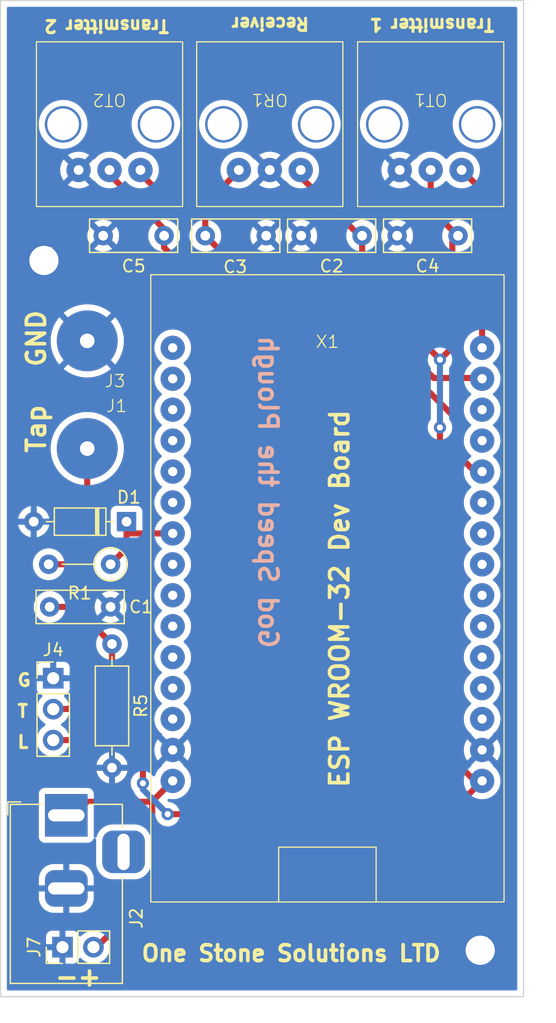
<source format=kicad_pcb>
(kicad_pcb (version 20240108) (generator "pcbnew") (generator_version "8.0")
  (layers (0 "F.Cu" power) (31 "B.Cu" signal) (34 "B.Paste" user) (35 "F.Paste" user) (36 "B.SilkS" user "B.Silkscreen") (37 "F.SilkS" user "F.Silkscreen") (38 "B.Mask" user) (39 "F.Mask" user) (44 "Edge.Cuts" user))
  (net 0 "")
  (net 1 "Net-(J1-Pin_1)")
  (net 2 "GND")
  (net 3 "Net-(OR1-Vout)")
  (net 4 "Net-(OT1-Vin)")
  (net 20 "Net-(J4-Pin_3)")
  (net 26 "Net-(OT2-Vin)")
  (net 29 "Net-(J7-Pin_2)")
  (net 30 "Net-(X1-D33)")
  (footprint "Connector_BarrelJack:BarrelJack_Horizontal" (layer "F.Cu") (at 35.3645 80.614 90)
    (property "Reference" "J2" (at -8.45 5.75 90) (layer "F.SilkS"))
    (property "Value" "Barrel_Jack" (hide yes))
    (fp_line (start 0.05 -4.8) (end 1.1 -4.8) (stroke (width 0.12)) (layer "F.SilkS"))
    (fp_line (start 0.9 -4.6) (end 0.9 -2) (stroke (width 0.12)) (layer "F.SilkS"))
    (fp_line (start -13.8 -4.6) (end 0.9 -4.6) (stroke (width 0.12)) (layer "F.SilkS"))
    (fp_line (start 1.1 -3.75) (end 1.1 -4.8) (stroke (width 0.12)) (layer "F.SilkS"))
    (fp_line (start 0.9 1.9) (end 0.9 4.6) (stroke (width 0.12)) (layer "F.SilkS"))
    (fp_line (start 0.9 4.6) (end -1 4.6) (stroke (width 0.12)) (layer "F.SilkS"))
    (fp_line (start -5 4.6) (end -13.8 4.6) (stroke (width 0.12)) (layer "F.SilkS"))
    (fp_line (start -13.8 4.6) (end -13.8 -4.6) (stroke (width 0.12)) (layer "F.SilkS"))
    (pad "1" thru_hole rect (at 0 0 90) (size 3.5 3.5) (drill oval 1 3) (layers "*.Cu" "*.Mask") (net 29 "Net-(J7-Pin_2)"))
    (pad "2" thru_hole roundrect (at -6 0 90) (size 3 3.5) (drill oval 1 3) (layers "*.Cu" "*.Mask") (net 2 "GND"))
    (pad "3" thru_hole roundrect (at -3 4.7 90) (size 3.5 3.5) (drill oval 3 1) (layers "*.Cu" "*.Mask"))
  )
  (footprint "Capacitor_THT:C_Rect_L7.0mm_W2.5mm_P5.00mm" (layer "F.Cu") (at 43.394 33.02 180)
    (property "Reference" "C5" (at 2.5 -2.5 0) (layer "F.SilkS"))
    (property "Value" "~")
    (fp_line (start 6.12 -1.37) (end 6.12 1.37) (stroke (width 0.12)) (layer "F.SilkS"))
    (fp_line (start -1.12 1.37) (end 6.12 1.37) (stroke (width 0.12)) (layer "F.SilkS"))
    (fp_line (start -1.12 -1.37) (end 6.12 -1.37) (stroke (width 0.12)) (layer "F.SilkS"))
    (fp_line (start -1.12 -1.37) (end -1.12 1.37) (stroke (width 0.12)) (layer "F.SilkS"))
    (pad "1" thru_hole circle (at 0 0 180) (size 1.6 1.6) (drill 0.8) (layers "*.Cu" "*.Mask") (net 20 "Net-(J4-Pin_3)"))
    (pad "2" thru_hole circle (at 5 0 180) (size 1.6 1.6) (drill 0.8) (layers "*.Cu" "*.Mask") (net 2 "GND"))
  )
  (footprint "Capacitor_THT:C_Rect_L7.0mm_W2.5mm_P5.00mm" (layer "F.Cu") (at 34 63.5)
    (property "Reference" "C1" (at 7.5 0 360) (layer "F.SilkS"))
    (property "Value" "~")
    (fp_line (start -1.12 -1.37) (end -1.12 1.37) (stroke (width 0.12)) (layer "F.SilkS"))
    (fp_line (start -1.12 -1.37) (end 6.12 -1.37) (stroke (width 0.12)) (layer "F.SilkS"))
    (fp_line (start -1.12 1.37) (end 6.12 1.37) (stroke (width 0.12)) (layer "F.SilkS"))
    (fp_line (start 6.12 -1.37) (end 6.12 1.37) (stroke (width 0.12)) (layer "F.SilkS"))
    (pad "1" thru_hole circle (at 0 0) (size 1.6 1.6) (drill 0.8) (layers "*.Cu" "*.Mask") (net 1 "Net-(J1-Pin_1)"))
    (pad "2" thru_hole circle (at 5 0) (size 1.6 1.6) (drill 0.8) (layers "*.Cu" "*.Mask") (net 2 "GND"))
  )
  (footprint "Custom:VersatilePad" (layer "F.Cu") (at 37.084 41.656)
    (property "Reference" "J3" (at 2.286 3.302 0) (layer "F.SilkS") (effects (font (thickness 0.1))))
    (property "Value" "Conn_01x01_Pin" (hide yes))
    (pad "1" thru_hole circle (at 0 0) (size 5 5) (drill 1.2) (layers "*.Cu" "*.Mask") (net 2 "GND"))
  )
  (footprint "Custom:VersatilePad" (layer "F.Cu") (at 37.084 50.5)
    (property "Reference" "J1" (at 2.416 -3.5 0) (layer "F.SilkS") (effects (font (thickness 0.1))))
    (property "Value" "Conn_01x01_Pin" (hide yes))
    (pad "1" thru_hole circle (at 0 0) (size 5 5) (drill 1.2) (layers "*.Cu" "*.Mask") (net 1 "Net-(J1-Pin_1)"))
  )
  (footprint "Connector_PinHeader_2.54mm:PinHeader_1x03_P2.54mm_Vertical" (layer "F.Cu") (at 34.29 69.357)
    (property "Reference" "J4" (at 0 -2.33 0) (layer "F.SilkS"))
    (property "Value" "Conn_01x03_Pin" (hide yes))
    (fp_line (start -1.33 -1.33) (end 0 -1.33) (stroke (width 0.12)) (layer "F.SilkS"))
    (fp_line (start -1.33 0) (end -1.33 -1.33) (stroke (width 0.12)) (layer "F.SilkS"))
    (fp_line (start -1.33 1.27) (end -1.33 6.41) (stroke (width 0.12)) (layer "F.SilkS"))
    (fp_line (start -1.33 1.27) (end 1.33 1.27) (stroke (width 0.12)) (layer "F.SilkS"))
    (fp_line (start -1.33 6.41) (end 1.33 6.41) (stroke (width 0.12)) (layer "F.SilkS"))
    (fp_line (start 1.33 1.27) (end 1.33 6.41) (stroke (width 0.12)) (layer "F.SilkS"))
    (pad "1" thru_hole rect (at 0 0) (size 1.7 1.7) (drill 1) (layers "*.Cu" "*.Mask") (net 2 "GND"))
    (pad "2" thru_hole oval (at 0 2.54) (size 1.7 1.7) (drill 1) (layers "*.Cu" "*.Mask") (net 1 "Net-(J1-Pin_1)"))
    (pad "3" thru_hole oval (at 0 5.08) (size 1.7 1.7) (drill 1) (layers "*.Cu" "*.Mask") (net 20 "Net-(J4-Pin_3)"))
  )
  (footprint "Connector_PinHeader_2.54mm:PinHeader_1x02_P2.54mm_Vertical" (layer "F.Cu") (at 35.052 91.44 90)
    (property "Reference" "J7" (at 0 -2.33 90) (layer "F.SilkS"))
    (property "Value" "Conn_01x02_Pin")
    (fp_line (start -1.33 -1.33) (end 0 -1.33) (stroke (width 0.12)) (layer "F.SilkS"))
    (fp_line (start -1.33 0) (end -1.33 -1.33) (stroke (width 0.12)) (layer "F.SilkS"))
    (fp_line (start 1.33 1.27) (end 1.33 3.87) (stroke (width 0.12)) (layer "F.SilkS"))
    (fp_line (start -1.33 1.27) (end 1.33 1.27) (stroke (width 0.12)) (layer "F.SilkS"))
    (fp_line (start -1.33 1.27) (end -1.33 3.87) (stroke (width 0.12)) (layer "F.SilkS"))
    (fp_line (start -1.33 3.87) (end 1.33 3.87) (stroke (width 0.12)) (layer "F.SilkS"))
    (pad "1" thru_hole rect (at 0 0 90) (size 1.7 1.7) (drill 1) (layers "*.Cu" "*.Mask") (net 2 "GND"))
    (pad "2" thru_hole oval (at 0 2.54 90) (size 1.7 1.7) (drill 1) (layers "*.Cu" "*.Mask") (net 29 "Net-(J7-Pin_2)"))
  )
  (footprint "Resistor_THT:R_Axial_DIN0207_L6.3mm_D2.5mm_P5.08mm_Vertical" (layer "F.Cu") (at 39 60 180)
    (property "Reference" "R1" (at 2.54 -2.37 0) (layer "F.SilkS"))
    (property "Value" "R")
    (fp_line (start 1.37 0) (end 3.98 0) (stroke (width 0.12)) (layer "F.SilkS"))
    (fp_circle (center 0 0) (end 1.37 0) (stroke (width 0.12)) (fill none) (layer "F.SilkS"))
    (pad "1" thru_hole circle (at 0 0 180) (size 1.6 1.6) (drill 0.8) (layers "*.Cu" "*.Mask") (net 30 "Net-(X1-D33)"))
    (pad "2" thru_hole oval (at 5.08 0 180) (size 1.6 1.6) (drill 0.8) (layers "*.Cu" "*.Mask") (net 1 "Net-(J1-Pin_1)"))
  )
  (footprint "Custom:ESP32_WROOM-32_Dev_Board" (layer "F.Cu") (at 56.8 42.226)
    (property "Reference" "X1" (at 0 -0.5 0) (layer "F.SilkS") (effects (font (thickness 0.1))))
    (property "Value" "~")
    (fp_line (start -4 41) (end 4 41) (stroke (width 0.1)) (layer "F.SilkS"))
    (fp_line (start -4 45.5) (end -4 41) (stroke (width 0.1)) (layer "F.SilkS"))
    (fp_line (start 4 41) (end 4 45.5) (stroke (width 0.1)) (layer "F.SilkS"))
    (fp_rect (start -14.5 -6) (end 14.5 45.5) (stroke (width 0.1)) (fill none) (layer "F.SilkS"))
    (pad "1" thru_hole circle (at -12.7 0) (size 2 2) (drill 0.762) (layers "*.Cu" "*.Mask"))
    (pad "2" thru_hole circle (at -12.7 2.54) (size 2 2) (drill 0.762) (layers "*.Cu" "*.Mask" "B.Paste"))
    (pad "3" thru_hole circle (at -12.7 5.08) (size 2 2) (drill 0.762) (layers "*.Cu" "*.Mask"))
    (pad "4" thru_hole circle (at -12.7 7.62) (size 2 2) (drill 0.762) (layers "*.Cu" "*.Mask"))
    (pad "5" thru_hole circle (at -12.7 10.16) (size 2 2) (drill 0.762) (layers "*.Cu" "*.Mask"))
    (pad "6" thru_hole circle (at -12.7 12.7) (size 2 2) (drill 0.762) (layers "*.Cu" "*.Mask"))
    (pad "7" thru_hole circle (at -12.7 15.24) (size 2 2) (drill 0.762) (layers "*.Cu" "*.Mask") (net 30 "Net-(X1-D33)"))
    (pad "8" thru_hole circle (at -12.7 17.78) (size 2 2) (drill 0.762) (layers "*.Cu" "*.Mask"))
    (pad "9" thru_hole circle (at -12.7 20.32) (size 2 2) (drill 0.762) (layers "*.Cu" "*.Mask"))
    (pad "10" thru_hole circle (at -12.7 22.86) (size 2 2) (drill 0.762) (layers "*.Cu" "*.Mask"))
    (pad "11" thru_hole circle (at -12.7 25.4) (size 2 2) (drill 0.762) (layers "*.Cu" "*.Mask"))
    (pad "12" thru_hole circle (at -12.7 27.94) (size 2 2) (drill 0.762) (layers "*.Cu" "*.Mask"))
    (pad "13" thru_hole circle (at -12.7 30.48) (size 2 2) (drill 0.762) (layers "*.Cu" "*.Mask"))
    (pad "14" thru_hole circle (at -12.7 33.02) (size 2 2) (drill 0.762) (layers "*.Cu" "*.Mask") (net 2 "GND"))
    (pad "15" thru_hole circle (at -12.7 35.56) (size 2 2) (drill 0.762) (layers "*.Cu" "*.Mask") (net 29 "Net-(J7-Pin_2)"))
    (pad "16" thru_hole circle (at 12.7 35.56) (size 2 2) (drill 0.762) (layers "*.Cu" "*.Mask") (net 20 "Net-(J4-Pin_3)"))
    (pad "17" thru_hole circle (at 12.7 33.02) (size 2 2) (drill 0.762) (layers "*.Cu" "*.Mask") (net 2 "GND"))
    (pad "18" thru_hole circle (at 12.7 30.48) (size 2 2) (drill 0.762) (layers "*.Cu" "*.Mask"))
    (pad "19" thru_hole circle (at 12.7 27.94) (size 2 2) (drill 0.762) (layers "*.Cu" "*.Mask"))
    (pad "20" thru_hole circle (at 12.7 25.4) (size 2 2) (drill 0.762) (layers "*.Cu" "*.Mask"))
    (pad "21" thru_hole circle (at 12.7 22.86) (size 2 2) (drill 0.762) (layers "*.Cu" "*.Mask"))
    (pad "22" thru_hole circle (at 12.7 20.32) (size 2 2) (drill 0.762) (layers "*.Cu" "*.Mask"))
    (pad "23" thru_hole circle (at 12.7 17.78) (size 2 2) (drill 0.762) (layers "*.Cu" "*.Mask"))
    (pad "24" thru_hole circle (at 12.7 15.24) (size 2 2) (drill 0.762) (layers "*.Cu" "*.Mask"))
    (pad "25" thru_hole circle (at 12.7 12.7) (size 2 2) (drill 0.762) (layers "*.Cu" "*.Mask"))
    (pad "26" thru_hole circle (at 12.7 10.16) (size 2 2) (drill 0.762) (layers "*.Cu" "*.Mask") (net 26 "Net-(OT2-Vin)"))
    (pad "27" thru_hole circle (at 12.7 7.62) (size 2 2) (drill 0.762) (layers "*.Cu" "*.Mask"))
    (pad "28" thru_hole circle (at 12.7 5.08) (size 2 2) (drill 0.762) (layers "*.Cu" "*.Mask"))
    (pad "29" thru_hole circle (at 12.7 2.54) (size 2 2) (drill 0.762) (layers "*.Cu" "*.Mask" "B.Paste") (net 3 "Net-(OR1-Vout)"))
    (pad "30" thru_hole circle (at 12.7 0) (size 2 2) (drill 0.762) (layers "*.Cu" "*.Mask") (net 4 "Net-(OT1-Vin)"))
  )
  (footprint "Custom:RS Pro Optical Transmitter jack" (layer "F.Cu") (at 38.9128 23.876 180)
    (property "Reference" "OT2" (at 0 2 180) (layer "F.SilkS") (effects (font (thickness 0.1))))
    (property "Value" "~")
    (fp_rect (start -6 -6.75) (end 6 6.7754) (stroke (width 0.1)) (fill none) (layer "F.SilkS"))
    (pad "" np_thru_hole circle (at -3.81 0 180) (size 3 3) (drill 2.6) (layers "F&B.Cu" "*.Mask"))
    (pad "" np_thru_hole circle (at 3.81 0 180) (size 3 3) (drill 2.6) (layers "F&B.Cu" "*.Mask"))
    (pad "1" thru_hole circle (at 2.54 -3.75 180) (size 2 2) (drill 0.8) (layers "*.Cu" "*.Mask") (net 2 "GND"))
    (pad "2" thru_hole circle (at 0 -3.75 180) (size 2 2) (drill 0.8) (layers "*.Cu" "*.Mask") (net 20 "Net-(J4-Pin_3)"))
    (pad "3" thru_hole circle (at -2.54 -3.75 180) (size 2 2) (drill 0.8) (layers "*.Cu" "*.Mask") (net 26 "Net-(OT2-Vin)"))
  )
  (footprint "Custom:RS Pro Optical Transmitter jack" (layer "F.Cu") (at 65.278 23.876 180)
    (property "Reference" "OT1" (at 0 2 180) (layer "F.SilkS") (effects (font (thickness 0.1))))
    (property "Value" "~")
    (fp_rect (start -6 -6.75) (end 6 6.7754) (stroke (width 0.1)) (fill none) (layer "F.SilkS"))
    (pad "" np_thru_hole circle (at -3.81 0 180) (size 3 3) (drill 2.6) (layers "F&B.Cu" "*.Mask"))
    (pad "" np_thru_hole circle (at 3.81 0 180) (size 3 3) (drill 2.6) (layers "F&B.Cu" "*.Mask"))
    (pad "1" thru_hole circle (at 2.54 -3.75 180) (size 2 2) (drill 0.8) (layers "*.Cu" "*.Mask") (net 2 "GND"))
    (pad "2" thru_hole circle (at 0 -3.75 180) (size 2 2) (drill 0.8) (layers "*.Cu" "*.Mask") (net 20 "Net-(J4-Pin_3)"))
    (pad "3" thru_hole circle (at -2.54 -3.75 180) (size 2 2) (drill 0.8) (layers "*.Cu" "*.Mask") (net 4 "Net-(OT1-Vin)"))
  )
  (footprint "Diode_THT:D_DO-35_SOD27_P7.62mm_Horizontal" (layer "F.Cu") (at 40.31 56.5 180)
    (property "Reference" "D1" (at -0.19 2 0) (layer "F.SilkS"))
    (property "Value" "~")
    (fp_line (start 6.58 0) (end 5.93 0) (stroke (width 0.12)) (layer "F.SilkS"))
    (fp_line (start 5.93 1.12) (end 5.93 -1.12) (stroke (width 0.12)) (layer "F.SilkS"))
    (fp_line (start 5.93 -1.12) (end 1.69 -1.12) (stroke (width 0.12)) (layer "F.SilkS"))
    (fp_line (start 2.53 -1.12) (end 2.53 1.12) (stroke (width 0.12)) (layer "F.SilkS"))
    (fp_line (start 2.41 -1.12) (end 2.41 1.12) (stroke (width 0.12)) (layer "F.SilkS"))
    (fp_line (start 2.29 -1.12) (end 2.29 1.12) (stroke (width 0.12)) (layer "F.SilkS"))
    (fp_line (start 1.69 1.12) (end 5.93 1.12) (stroke (width 0.12)) (layer "F.SilkS"))
    (fp_line (start 1.69 -1.12) (end 1.69 1.12) (stroke (width 0.12)) (layer "F.SilkS"))
    (fp_line (start 1.04 0) (end 1.69 0) (stroke (width 0.12)) (layer "F.SilkS"))
    (pad "1" thru_hole rect (at 0 0 180) (size 1.6 1.6) (drill 0.8) (layers "*.Cu" "*.Mask") (net 30 "Net-(X1-D33)"))
    (pad "2" thru_hole oval (at 7.62 0 180) (size 1.6 1.6) (drill 0.8) (layers "*.Cu" "*.Mask") (net 2 "GND"))
  )
  (footprint "Resistor_THT:R_Axial_DIN0207_L6.3mm_D2.5mm_P10.16mm_Horizontal" (layer "F.Cu") (at 39.116 66.548 -90)
    (property "Reference" "R5" (at 5.08 -2.37 90) (layer "F.SilkS"))
    (property "Value" "~" (hide yes))
    (fp_line (start 1.81 1.37) (end 8.35 1.37) (stroke (width 0.12)) (layer "F.SilkS"))
    (fp_line (start 8.35 1.37) (end 8.35 -1.37) (stroke (width 0.12)) (layer "F.SilkS"))
    (fp_line (start 1.04 0) (end 1.81 0) (stroke (width 0.12)) (layer "F.SilkS"))
    (fp_line (start 9.12 0) (end 8.35 0) (stroke (width 0.12)) (layer "F.SilkS"))
    (fp_line (start 1.81 -1.37) (end 1.81 1.37) (stroke (width 0.12)) (layer "F.SilkS"))
    (fp_line (start 8.35 -1.37) (end 1.81 -1.37) (stroke (width 0.12)) (layer "F.SilkS"))
    (pad "1" thru_hole circle (at 0 0 270) (size 1.6 1.6) (drill 0.8) (layers "*.Cu" "*.Mask") (net 1 "Net-(J1-Pin_1)"))
    (pad "2" thru_hole oval (at 10.16 0 270) (size 1.6 1.6) (drill 0.8) (layers "*.Cu" "*.Mask") (net 2 "GND"))
  )
  (footprint "Capacitor_THT:C_Rect_L7.0mm_W2.5mm_P5.00mm" (layer "F.Cu") (at 46.776 33.02)
    (property "Reference" "C3" (at 2.458 2.56 0) (layer "F.SilkS"))
    (property "Value" "~")
    (fp_line (start -1.12 -1.37) (end -1.12 1.37) (stroke (width 0.12)) (layer "F.SilkS"))
    (fp_line (start -1.12 -1.37) (end 6.12 -1.37) (stroke (width 0.12)) (layer "F.SilkS"))
    (fp_line (start -1.12 1.37) (end 6.12 1.37) (stroke (width 0.12)) (layer "F.SilkS"))
    (fp_line (start 6.12 -1.37) (end 6.12 1.37) (stroke (width 0.12)) (layer "F.SilkS"))
    (pad "1" thru_hole circle (at 0 0) (size 1.6 1.6) (drill 0.8) (layers "*.Cu" "*.Mask") (net 3 "Net-(OR1-Vout)"))
    (pad "2" thru_hole circle (at 5 0) (size 1.6 1.6) (drill 0.8) (layers "*.Cu" "*.Mask") (net 2 "GND"))
  )
  (footprint "Capacitor_THT:C_Rect_L7.0mm_W2.5mm_P5.00mm" (layer "F.Cu") (at 67.524 33.02 180)
    (property "Reference" "C4" (at 2.5 -2.5 0) (layer "F.SilkS"))
    (property "Value" "~" (hide yes))
    (fp_line (start 6.12 -1.37) (end 6.12 1.37) (stroke (width 0.12)) (layer "F.SilkS"))
    (fp_line (start -1.12 1.37) (end 6.12 1.37) (stroke (width 0.12)) (layer "F.SilkS"))
    (fp_line (start -1.12 -1.37) (end 6.12 -1.37) (stroke (width 0.12)) (layer "F.SilkS"))
    (fp_line (start -1.12 -1.37) (end -1.12 1.37) (stroke (width 0.12)) (layer "F.SilkS"))
    (pad "1" thru_hole circle (at 0 0 180) (size 1.6 1.6) (drill 0.8) (layers "*.Cu" "*.Mask") (net 20 "Net-(J4-Pin_3)"))
    (pad "2" thru_hole circle (at 5 0 180) (size 1.6 1.6) (drill 0.8) (layers "*.Cu" "*.Mask") (net 2 "GND"))
  )
  (footprint "Custom:RS PRO Optical Receiver jack" (layer "F.Cu") (at 52.07 23.876 180)
    (property "Reference" "OR1" (at 0 2 180) (layer "F.SilkS") (effects (font (thickness 0.1))))
    (property "Value" "~")
    (fp_rect (start -6 -6.75) (end 6 6.7754) (stroke (width 0.1)) (fill none) (layer "F.SilkS"))
    (pad "" np_thru_hole circle (at -3.81 0 180) (size 3 3) (drill 2.6) (layers "F&B.Cu" "*.Mask"))
    (pad "" np_thru_hole circle (at 3.81 0 180) (size 3 3) (drill 2.6) (layers "F&B.Cu" "*.Mask"))
    (pad "1" thru_hole circle (at 2.54 -3.75 180) (size 2 2) (drill 0.8) (layers "*.Cu" "*.Mask") (net 3 "Net-(OR1-Vout)"))
    (pad "2" thru_hole circle (at 0 -3.75 180) (size 2 2) (drill 0.8) (layers "*.Cu" "*.Mask") (net 2 "GND"))
    (pad "3" thru_hole circle (at -2.54 -3.75 180) (size 2 2) (drill 0.8) (layers "*.Cu" "*.Mask") (net 20 "Net-(J4-Pin_3)"))
  )
  (footprint "Custom:ContactViaM2_5" (layer "F.Cu") (at 69.342 91.694)
    (property "Reference" "J6" (at 0 -0.5 0) (layer "F.SilkS") (effects (font (thickness 0.1))))
    (property "Value" "Conn_01x01_Pin")
    (pad "1" thru_hole circle (at 0 0) (size 4.4 4.4) (drill 2.4) (layers "*.Cu" "*.Mask") (net 2 "GND"))
  )
  (footprint "Custom:ContactViaM2_5" (layer "F.Cu") (at 33.528 35.052)
    (property "Reference" "J5" (at 0 -0.5 0) (layer "F.SilkS") (effects (font (thickness 0.1))))
    (property "Value" "Conn_01x01_Pin" (hide yes))
    (pad "1" thru_hole circle (at 0 0) (size 4.4 4.4) (drill 2.4) (layers "*.Cu" "*.Mask") (net 2 "GND"))
  )
  (footprint "Capacitor_THT:C_Rect_L7.0mm_W2.5mm_P5.00mm" (layer "F.Cu") (at 59.65 33.02 180)
    (property "Reference" "C2" (at 2.5 -2.5 0) (layer "F.SilkS"))
    (property "Value" "~")
    (fp_line (start 6.12 -1.37) (end 6.12 1.37) (stroke (width 0.12)) (layer "F.SilkS"))
    (fp_line (start -1.12 1.37) (end 6.12 1.37) (stroke (width 0.12)) (layer "F.SilkS"))
    (fp_line (start -1.12 -1.37) (end 6.12 -1.37) (stroke (width 0.12)) (layer "F.SilkS"))
    (fp_line (start -1.12 -1.37) (end -1.12 1.37) (stroke (width 0.12)) (layer "F.SilkS"))
    (pad "1" thru_hole circle (at 0 0 180) (size 1.6 1.6) (drill 0.8) (layers "*.Cu" "*.Mask") (net 20 "Net-(J4-Pin_3)"))
    (pad "2" thru_hole circle (at 5 0 180) (size 1.6 1.6) (drill 0.8) (layers "*.Cu" "*.Mask") (net 2 "GND"))
  )
  (gr_rect (start 29.972 13.716) (end 72.898 95.504) (stroke (width 0.1)) (fill none) (layer "Edge.Cuts"))
  (gr_text "God Speed the Plough" (at 51.054 67.056 270) (layer "B.SilkS") (effects (font (size 1.5 1.5) (thickness 0.3) (bold yes)) (justify left bottom mirror)))
  (gr_text "Transmitter 1" (at 70.612 15.116 180) (layer "F.SilkS") (effects (font (size 1 1) (thickness 0.25) (bold yes)) (justify left bottom)))
  (gr_text "One Stone Solutions LTD" (at 41.402 92.71 0) (layer "F.SilkS") (effects (font (size 1.3 1.3) (thickness 0.3) (bold yes)) (justify left bottom)))
  (gr_text "Receiver" (at 55.41 15.0306 180) (layer "F.SilkS") (effects (font (size 1 1) (thickness 0.25) (bold yes)) (justify left bottom)))
  (gr_text "Tap" (at 33.782 51 90) (layer "F.SilkS") (effects (font (size 1.5 1.5) (thickness 0.3) (bold yes)) (justify left bottom)))
  (gr_text "L" (at 31.242 75.184 0) (layer "F.SilkS") (effects (font (size 1 1) (thickness 0.25) (bold yes)) (justify left bottom)))
  (gr_text "Transmitter 2" (at 43.9166 15.2164 180) (layer "F.SilkS") (effects (font (size 1 1) (thickness 0.25) (bold yes)) (justify left bottom)))
  (gr_text "GND" (at 33.782 43.942 90) (layer "F.SilkS") (effects (font (size 1.5 1.5) (thickness 0.3) (bold yes)) (justify left bottom)))
  (gr_text "T" (at 31.242 72.644 0) (layer "F.SilkS") (effects (font (size 1 1) (thickness 0.25) (bold yes)) (justify left bottom)))
  (gr_text "ESP WROOM-32 Dev Board" (at 58.674 78.486 90) (layer "F.SilkS") (effects (font (size 1.5 1.5) (thickness 0.3) (bold yes)) (justify left bottom)))
  (gr_text "G" (at 31.242 70.104 0) (layer "F.SilkS") (effects (font (size 1 1) (thickness 0.25) (bold yes)) (justify left bottom)))
  (gr_text "-+" (at 34.29 94.742 0) (layer "F.SilkS") (effects (font (size 1.5 1.5) (thickness 0.3) (bold yes)) (justify left bottom)))
  (segment (start 35.56 71.882) (end 34.29 71.882) (width 0.5) (layer "F.Cu") (net 1))
  (segment (start 37.068 64.5) (end 37.084 64.5) (width 0.5) (layer "F.Cu") (net 1))
  (segment (start 39.116 66.548) (end 39.116 68.326) (width 0.5) (layer "F.Cu") (net 1))
  (segment (start 39.116 68.326) (end 35.56 71.882) (width 0.5) (layer "F.Cu") (net 1))
  (segment (start 37 63.5) (end 34 63.5) (width 0.5) (layer "F.Cu") (net 1))
  (segment (start 39.116 66.548) (end 37.084 64.516) (width 0.5) (layer "F.Cu") (net 1))
  (segment (start 37.084 60) (end 33.92 60) (width 0.5) (layer "F.Cu") (net 1))
  (segment (start 37.084 64.5) (end 37.084 50.546) (width 0.5) (layer "F.Cu") (net 1))
  (segment (start 37.084 64.516) (end 37.084 64.5) (width 0.5) (layer "F.Cu") (net 1))
  (segment (start 49.53 27.686) (end 46.776 30.44) (width 0.5) (layer "F.Cu") (net 3))
  (segment (start 46.776 30.44) (end 46.776 33.02) (width 0.5) (layer "F.Cu") (net 3))
  (segment (start 49.53 27.626) (end 49.53 27.686) (width 0.5) (layer "F.Cu") (net 3))
  (segment (start 65.532 44.704) (end 69.438 44.704) (width 0.5) (layer "F.Cu") (net 3))
  (segment (start 46.776 33.02) (end 51.856 38.1) (width 0.5) (layer "F.Cu") (net 3))
  (segment (start 69.438 44.704) (end 69.5 44.766) (width 0.5) (layer "F.Cu") (net 3))
  (segment (start 51.856 38.1) (end 58.928 38.1) (width 0.5) (layer "F.Cu") (net 3))
  (segment (start 58.928 38.1) (end 65.532 44.704) (width 0.5) (layer "F.Cu") (net 3))
  (segment (start 67.818 27.626) (end 69.5 29.308) (width 0.5) (layer "F.Cu") (net 4))
  (segment (start 69.5 29.308) (end 69.5 42.226) (width 0.5) (layer "F.Cu") (net 4))
  (segment (start 67.056 33.488) (end 67.524 33.02) (width 0.5) (layer "F.Cu") (net 20))
  (segment (start 68.896 77.786) (end 69.5 77.786) (width 0.5) (layer "F.Cu") (net 20))
  (segment (start 59.65 34.33) (end 59.65 33.02) (width 0.5) (layer "F.Cu") (net 20))
  (segment (start 59.696417 36.836417) (end 66.04 43.18) (width 0.5) (layer "F.Cu") (net 20))
  (segment (start 39.893 74.437) (end 34.29 74.437) (width 0.5) (layer "F.Cu") (net 20))
  (segment (start 66.04 43.18) (end 66.04 43.198376) (width 0.5) (layer "F.Cu") (net 20))
  (segment (start 43.688 80.518) (end 66.768 80.518) (width 0.5) (layer "F.Cu") (net 20))
  (segment (start 66.04 56.642) (end 43.394 33.996) (width 0.5) (layer "F.Cu") (net 20))
  (segment (start 43.394 33.996) (end 43.394 33.02) (width 0.5) (layer "F.Cu") (net 20))
  (segment (start 67.4878 33.02) (end 67.524 33.02) (width 0.5) (layer "F.Cu") (net 20))
  (segment (start 59.696417 36.836417) (end 59.696417 34.376417) (width 0.5) (layer "F.Cu") (net 20))
  (segment (start 66.04 48.768) (end 66.04 74.93) (width 0.5) (layer "F.Cu") (net 20))
  (segment (start 66.768 80.518) (end 69.5 77.786) (width 0.5) (layer "F.Cu") (net 20))
  (segment (start 41.656 76.2) (end 39.893 74.437) (width 0.5) (layer "F.Cu") (net 20))
  (segment (start 65.278 30.8102) (end 67.4878 33.02) (width 0.5) (layer "F.Cu") (net 20))
  (segment (start 54.61 28.194) (end 59.436 33.02) (width 0.5) (layer "F.Cu") (net 20))
  (segment (start 38.7904 27.8684) (end 43.394 32.472) (width 0.5) (layer "F.Cu") (net 20))
  (segment (start 54.61 27.626) (end 54.61 28.194) (width 0.5) (layer "F.Cu") (net 20))
  (segment (start 66.04 43.198376) (end 67.056 42.182376) (width 0.5) (layer "F.Cu") (net 20))
  (segment (start 66.04 74.93) (end 68.896 77.786) (width 0.5) (layer "F.Cu") (net 20))
  (segment (start 43.394 32.472) (end 43.394 33.02) (width 0.5) (layer "F.Cu") (net 20))
  (segment (start 41.656 77.978) (end 41.656 76.2) (width 0.5) (layer "F.Cu") (net 20))
  (segment (start 67.056 42.182376) (end 67.056 33.488) (width 0.5) (layer "F.Cu") (net 20))
  (segment (start 59.696417 34.376417) (end 59.65 34.33) (width 0.5) (layer "F.Cu") (net 20))
  (segment (start 65.278 27.626) (end 65.278 30.8102) (width 0.5) (layer "F.Cu") (net 20))
  (segment (start 59.436 33.02) (end 59.65 33.02) (width 0.5) (layer "F.Cu") (net 20))
  (via (at 43.688 80.518) (size 1) (drill 0.5) (layers "F.Cu" "B.Cu") (net 20))
  (via (at 41.656 77.978) (size 1) (drill 0.5) (layers "F.Cu" "B.Cu") (net 20))
  (via (at 66.04 43.198376) (size 1) (drill 0.5) (layers "F.Cu" "B.Cu") (net 20))
  (via (at 66.04 48.768) (size 1) (drill 0.5) (layers "F.Cu" "B.Cu") (net 20))
  (segment (start 41.656 78.486) (end 41.656 77.978) (width 0.5) (layer "B.Cu") (net 20))
  (segment (start 43.688 80.518) (end 41.656 78.486) (width 0.5) (layer "B.Cu") (net 20))
  (segment (start 66.04 43.198376) (end 66.04 48.241624) (width 0.5) (layer "B.Cu") (net 20))
  (segment (start 44.958 33.528) (end 44.958 31.4198) (width 0.5) (layer "F.Cu") (net 26))
  (segment (start 67.31 50.8) (end 67.31 48.006) (width 0.5) (layer "F.Cu") (net 26))
  (segment (start 68.896 52.386) (end 67.31 50.8) (width 0.5) (layer "F.Cu") (net 26))
  (segment (start 69.5 52.386) (end 68.896 52.386) (width 0.5) (layer "F.Cu") (net 26))
  (segment (start 50.8 39.37) (end 44.958 33.528) (width 0.5) (layer "F.Cu") (net 26))
  (segment (start 44.958 31.4198) (end 41.6306 28.0924) (width 0.5) (layer "F.Cu") (net 26))
  (segment (start 67.31 48.006) (end 58.674 39.37) (width 0.5) (layer "F.Cu") (net 26))
  (segment (start 58.674 39.37) (end 50.8 39.37) (width 0.5) (layer "F.Cu") (net 26))
  (segment (start 36.4785 79.5) (end 42.386 79.5) (width 0.5) (layer "F.Cu") (net 29))
  (segment (start 43.246 86.04) (end 43.246 81.854) (width 0.5) (layer "F.Cu") (net 29))
  (segment (start 42.418 79.532) (end 42.386 79.5) (width 0.5) (layer "F.Cu") (net 29))
  (segment (start 35.3645 80.614) (end 36.4785 79.5) (width 0.5) (layer "F.Cu") (net 29))
  (segment (start 42.386 79.5) (end 44.1 77.786) (width 0.5) (layer "F.Cu") (net 29))
  (segment (start 43.246 81.854) (end 42.418 81.026) (width 0.5) (layer "F.Cu") (net 29))
  (segment (start 37.592 91.694) (end 43.246 86.04) (width 0.5) (layer "F.Cu") (net 29))
  (segment (start 42.418 81.026) (end 42.418 79.532) (width 0.5) (layer "F.Cu") (net 29))
  (segment (start 40.31 56.5) (end 40.31 58.69) (width 0.5) (layer "F.Cu") (net 30))
  (segment (start 40.31 58.69) (end 39 60) (width 0.5) (layer "F.Cu") (net 30))
  (segment (start 43.784 57.15) (end 44.1 57.466) (width 0.5) (layer "F.Cu") (net 30))
  (segment (start 40.344 57.466) (end 40.31 57.5) (width 0.5) (layer "F.Cu") (net 30))
  (segment (start 44.1 57.466) (end 40.344 57.466) (width 0.5) (layer "F.Cu") (net 30))
  (zone (net 2) (net_name "GND") (layer "B.Cu") (name "Gnd") (connect_pads (clearance 0.5)) (min_thickness 0.25) (fill yes (thermal_gap 0.5) (thermal_bridge_width 0.5))
    (polygon (pts (xy 30.48 14.224) (xy 30.48 94.996) (xy 72.39 94.996) (xy 72.39 14.224)))
  )
)
</source>
